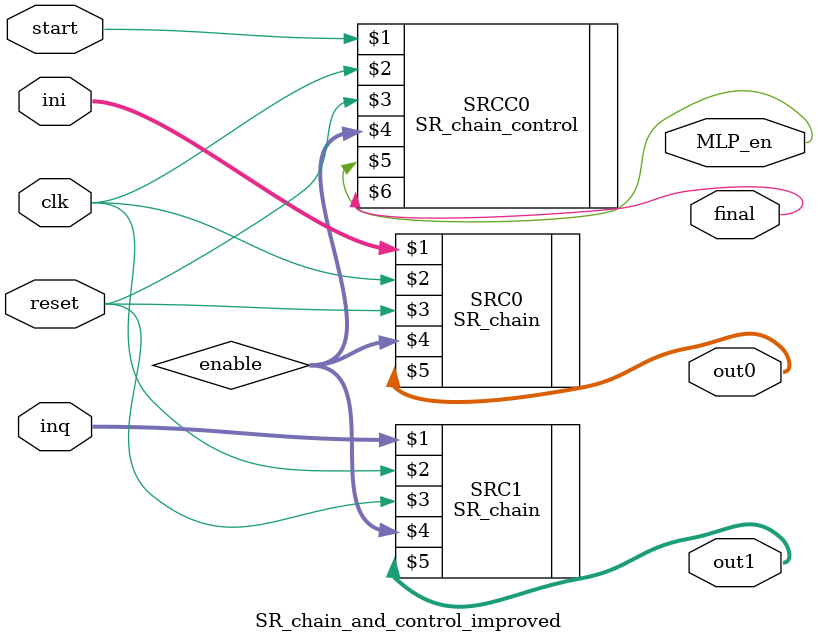
<source format=v>
`timescale 1ns / 1ps
module SR_chain_and_control_improved(
    input[9:0] ini, inq,           
    input clk, 
    input reset,
    input start,
    output[9:0] out0, out1,          
    output MLP_en, final        
);

parameter N=1000;    //SR_chain size

    
    
   wire[N:0] enable;     //Primary sorting control signal
   
      
    // Instantiate main modules
    SR_chain SRC0(ini, clk, reset, enable, out0);    //2 sorting chains for ABS and ARG data
    SR_chain SRC1(inq, clk, reset, enable, out1);
    SR_chain_control SRCC0(start, clk, reset, enable,MLP_en,final);    //Overall control unit located in this module due to timing requirements of enable signal
    
    
    
endmodule
</source>
